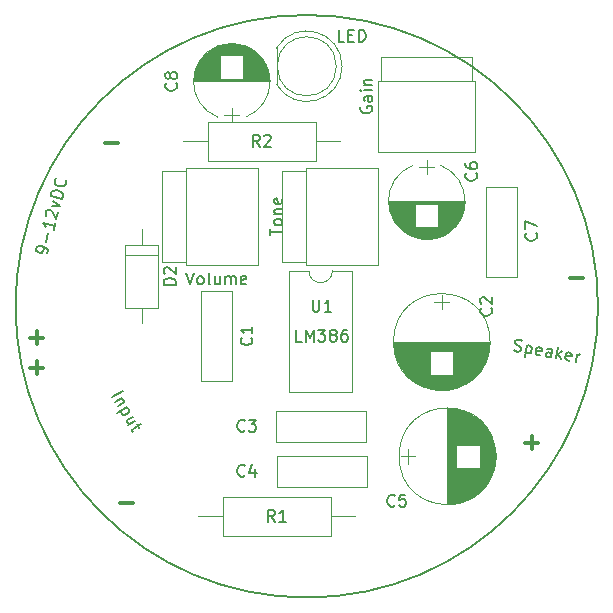
<source format=gbr>
%TF.GenerationSoftware,KiCad,Pcbnew,4.0.7*%
%TF.CreationDate,2020-08-23T22:37:38+12:00*%
%TF.ProjectId,jar-of-dirt,6A61722D6F662D646972742E6B696361,rev?*%
%TF.FileFunction,Legend,Top*%
%FSLAX46Y46*%
G04 Gerber Fmt 4.6, Leading zero omitted, Abs format (unit mm)*
G04 Created by KiCad (PCBNEW 4.0.7) date 2020 August 23, Sunday 22:37:38*
%MOMM*%
%LPD*%
G01*
G04 APERTURE LIST*
%ADD10C,0.150000*%
%ADD11C,0.300000*%
%ADD12C,0.120000*%
G04 APERTURE END LIST*
D10*
D11*
X144208572Y-72497143D02*
X145351429Y-72497143D01*
X141541428Y-86467143D02*
X140398571Y-86467143D01*
X140970000Y-87038571D02*
X140970000Y-85895714D01*
X105981428Y-61067143D02*
X104838571Y-61067143D01*
X107251428Y-91547143D02*
X106108571Y-91547143D01*
X99631428Y-77577143D02*
X98488571Y-77577143D01*
X99060000Y-78148571D02*
X99060000Y-77005714D01*
X99631428Y-80117143D02*
X98488571Y-80117143D01*
X99060000Y-80688571D02*
X99060000Y-79545714D01*
D10*
X146578940Y-74930000D02*
G75*
G03X146578940Y-74930000I-24658940J0D01*
G01*
D12*
X127950000Y-71436000D02*
X121860000Y-71436000D01*
X127950000Y-63185000D02*
X121860000Y-63185000D01*
X127950000Y-71436000D02*
X127950000Y-63185000D01*
X121860000Y-71436000D02*
X121860000Y-63185000D01*
X121860000Y-71180000D02*
X119829000Y-71180000D01*
X121860000Y-63440000D02*
X119829000Y-63440000D01*
X121860000Y-71180000D02*
X121860000Y-63440000D01*
X119829000Y-71180000D02*
X119829000Y-63440000D01*
X137440000Y-77950000D02*
G75*
G03X137440000Y-77950000I-4090000J0D01*
G01*
X137400000Y-77950000D02*
X129300000Y-77950000D01*
X137400000Y-77990000D02*
X129300000Y-77990000D01*
X137400000Y-78030000D02*
X129300000Y-78030000D01*
X137399000Y-78070000D02*
X129301000Y-78070000D01*
X137397000Y-78110000D02*
X129303000Y-78110000D01*
X137396000Y-78150000D02*
X129304000Y-78150000D01*
X137393000Y-78190000D02*
X129307000Y-78190000D01*
X137391000Y-78230000D02*
X129309000Y-78230000D01*
X137388000Y-78270000D02*
X129312000Y-78270000D01*
X137385000Y-78310000D02*
X129315000Y-78310000D01*
X137381000Y-78350000D02*
X129319000Y-78350000D01*
X137377000Y-78390000D02*
X129323000Y-78390000D01*
X137372000Y-78430000D02*
X129328000Y-78430000D01*
X137367000Y-78470000D02*
X129333000Y-78470000D01*
X137362000Y-78510000D02*
X129338000Y-78510000D01*
X137356000Y-78550000D02*
X129344000Y-78550000D01*
X137350000Y-78590000D02*
X129350000Y-78590000D01*
X137344000Y-78630000D02*
X129356000Y-78630000D01*
X137337000Y-78671000D02*
X129363000Y-78671000D01*
X137329000Y-78711000D02*
X129371000Y-78711000D01*
X137321000Y-78751000D02*
X134330000Y-78751000D01*
X132370000Y-78751000D02*
X129379000Y-78751000D01*
X137313000Y-78791000D02*
X134330000Y-78791000D01*
X132370000Y-78791000D02*
X129387000Y-78791000D01*
X137305000Y-78831000D02*
X134330000Y-78831000D01*
X132370000Y-78831000D02*
X129395000Y-78831000D01*
X137296000Y-78871000D02*
X134330000Y-78871000D01*
X132370000Y-78871000D02*
X129404000Y-78871000D01*
X137286000Y-78911000D02*
X134330000Y-78911000D01*
X132370000Y-78911000D02*
X129414000Y-78911000D01*
X137276000Y-78951000D02*
X134330000Y-78951000D01*
X132370000Y-78951000D02*
X129424000Y-78951000D01*
X137266000Y-78991000D02*
X134330000Y-78991000D01*
X132370000Y-78991000D02*
X129434000Y-78991000D01*
X137255000Y-79031000D02*
X134330000Y-79031000D01*
X132370000Y-79031000D02*
X129445000Y-79031000D01*
X137244000Y-79071000D02*
X134330000Y-79071000D01*
X132370000Y-79071000D02*
X129456000Y-79071000D01*
X137233000Y-79111000D02*
X134330000Y-79111000D01*
X132370000Y-79111000D02*
X129467000Y-79111000D01*
X137220000Y-79151000D02*
X134330000Y-79151000D01*
X132370000Y-79151000D02*
X129480000Y-79151000D01*
X137208000Y-79191000D02*
X134330000Y-79191000D01*
X132370000Y-79191000D02*
X129492000Y-79191000D01*
X137195000Y-79231000D02*
X134330000Y-79231000D01*
X132370000Y-79231000D02*
X129505000Y-79231000D01*
X137182000Y-79271000D02*
X134330000Y-79271000D01*
X132370000Y-79271000D02*
X129518000Y-79271000D01*
X137168000Y-79311000D02*
X134330000Y-79311000D01*
X132370000Y-79311000D02*
X129532000Y-79311000D01*
X137153000Y-79351000D02*
X134330000Y-79351000D01*
X132370000Y-79351000D02*
X129547000Y-79351000D01*
X137139000Y-79391000D02*
X134330000Y-79391000D01*
X132370000Y-79391000D02*
X129561000Y-79391000D01*
X137123000Y-79431000D02*
X134330000Y-79431000D01*
X132370000Y-79431000D02*
X129577000Y-79431000D01*
X137108000Y-79471000D02*
X134330000Y-79471000D01*
X132370000Y-79471000D02*
X129592000Y-79471000D01*
X137091000Y-79511000D02*
X134330000Y-79511000D01*
X132370000Y-79511000D02*
X129609000Y-79511000D01*
X137075000Y-79551000D02*
X134330000Y-79551000D01*
X132370000Y-79551000D02*
X129625000Y-79551000D01*
X137057000Y-79591000D02*
X134330000Y-79591000D01*
X132370000Y-79591000D02*
X129643000Y-79591000D01*
X137040000Y-79631000D02*
X134330000Y-79631000D01*
X132370000Y-79631000D02*
X129660000Y-79631000D01*
X137021000Y-79671000D02*
X134330000Y-79671000D01*
X132370000Y-79671000D02*
X129679000Y-79671000D01*
X137002000Y-79711000D02*
X134330000Y-79711000D01*
X132370000Y-79711000D02*
X129698000Y-79711000D01*
X136983000Y-79751000D02*
X134330000Y-79751000D01*
X132370000Y-79751000D02*
X129717000Y-79751000D01*
X136963000Y-79791000D02*
X134330000Y-79791000D01*
X132370000Y-79791000D02*
X129737000Y-79791000D01*
X136943000Y-79831000D02*
X134330000Y-79831000D01*
X132370000Y-79831000D02*
X129757000Y-79831000D01*
X136922000Y-79871000D02*
X134330000Y-79871000D01*
X132370000Y-79871000D02*
X129778000Y-79871000D01*
X136900000Y-79911000D02*
X134330000Y-79911000D01*
X132370000Y-79911000D02*
X129800000Y-79911000D01*
X136878000Y-79951000D02*
X134330000Y-79951000D01*
X132370000Y-79951000D02*
X129822000Y-79951000D01*
X136855000Y-79991000D02*
X134330000Y-79991000D01*
X132370000Y-79991000D02*
X129845000Y-79991000D01*
X136832000Y-80031000D02*
X134330000Y-80031000D01*
X132370000Y-80031000D02*
X129868000Y-80031000D01*
X136808000Y-80071000D02*
X134330000Y-80071000D01*
X132370000Y-80071000D02*
X129892000Y-80071000D01*
X136784000Y-80111000D02*
X134330000Y-80111000D01*
X132370000Y-80111000D02*
X129916000Y-80111000D01*
X136758000Y-80151000D02*
X134330000Y-80151000D01*
X132370000Y-80151000D02*
X129942000Y-80151000D01*
X136733000Y-80191000D02*
X134330000Y-80191000D01*
X132370000Y-80191000D02*
X129967000Y-80191000D01*
X136706000Y-80231000D02*
X134330000Y-80231000D01*
X132370000Y-80231000D02*
X129994000Y-80231000D01*
X136679000Y-80271000D02*
X134330000Y-80271000D01*
X132370000Y-80271000D02*
X130021000Y-80271000D01*
X136651000Y-80311000D02*
X134330000Y-80311000D01*
X132370000Y-80311000D02*
X130049000Y-80311000D01*
X136622000Y-80351000D02*
X134330000Y-80351000D01*
X132370000Y-80351000D02*
X130078000Y-80351000D01*
X136593000Y-80391000D02*
X134330000Y-80391000D01*
X132370000Y-80391000D02*
X130107000Y-80391000D01*
X136563000Y-80431000D02*
X134330000Y-80431000D01*
X132370000Y-80431000D02*
X130137000Y-80431000D01*
X136532000Y-80471000D02*
X134330000Y-80471000D01*
X132370000Y-80471000D02*
X130168000Y-80471000D01*
X136500000Y-80511000D02*
X134330000Y-80511000D01*
X132370000Y-80511000D02*
X130200000Y-80511000D01*
X136468000Y-80551000D02*
X134330000Y-80551000D01*
X132370000Y-80551000D02*
X130232000Y-80551000D01*
X136434000Y-80591000D02*
X134330000Y-80591000D01*
X132370000Y-80591000D02*
X130266000Y-80591000D01*
X136400000Y-80631000D02*
X134330000Y-80631000D01*
X132370000Y-80631000D02*
X130300000Y-80631000D01*
X136365000Y-80671000D02*
X134330000Y-80671000D01*
X132370000Y-80671000D02*
X130335000Y-80671000D01*
X136329000Y-80711000D02*
X130371000Y-80711000D01*
X136292000Y-80751000D02*
X130408000Y-80751000D01*
X136254000Y-80791000D02*
X130446000Y-80791000D01*
X136215000Y-80831000D02*
X130485000Y-80831000D01*
X136174000Y-80871000D02*
X130526000Y-80871000D01*
X136133000Y-80911000D02*
X130567000Y-80911000D01*
X136090000Y-80951000D02*
X130610000Y-80951000D01*
X136047000Y-80991000D02*
X130653000Y-80991000D01*
X136002000Y-81031000D02*
X130698000Y-81031000D01*
X135955000Y-81071000D02*
X130745000Y-81071000D01*
X135907000Y-81111000D02*
X130793000Y-81111000D01*
X135858000Y-81151000D02*
X130842000Y-81151000D01*
X135807000Y-81191000D02*
X130893000Y-81191000D01*
X135754000Y-81231000D02*
X130946000Y-81231000D01*
X135699000Y-81271000D02*
X131001000Y-81271000D01*
X135643000Y-81311000D02*
X131057000Y-81311000D01*
X135584000Y-81351000D02*
X131116000Y-81351000D01*
X135523000Y-81391000D02*
X131177000Y-81391000D01*
X135459000Y-81431000D02*
X131241000Y-81431000D01*
X135393000Y-81471000D02*
X131307000Y-81471000D01*
X135324000Y-81511000D02*
X131376000Y-81511000D01*
X135252000Y-81551000D02*
X131448000Y-81551000D01*
X135176000Y-81591000D02*
X131524000Y-81591000D01*
X135095000Y-81631000D02*
X131605000Y-81631000D01*
X135010000Y-81671000D02*
X131690000Y-81671000D01*
X134920000Y-81711000D02*
X131780000Y-81711000D01*
X134823000Y-81751000D02*
X131877000Y-81751000D01*
X134719000Y-81791000D02*
X131981000Y-81791000D01*
X134604000Y-81831000D02*
X132096000Y-81831000D01*
X134477000Y-81871000D02*
X132223000Y-81871000D01*
X134333000Y-81911000D02*
X132367000Y-81911000D01*
X134164000Y-81951000D02*
X132536000Y-81951000D01*
X133948000Y-81991000D02*
X132752000Y-81991000D01*
X133596000Y-82031000D02*
X133104000Y-82031000D01*
X133350000Y-74000000D02*
X133350000Y-75200000D01*
X134000000Y-74600000D02*
X132700000Y-74600000D01*
X137920000Y-87630000D02*
G75*
G03X137920000Y-87630000I-4090000J0D01*
G01*
X133830000Y-83580000D02*
X133830000Y-91680000D01*
X133870000Y-83580000D02*
X133870000Y-91680000D01*
X133910000Y-83580000D02*
X133910000Y-91680000D01*
X133950000Y-83581000D02*
X133950000Y-91679000D01*
X133990000Y-83583000D02*
X133990000Y-91677000D01*
X134030000Y-83584000D02*
X134030000Y-91676000D01*
X134070000Y-83587000D02*
X134070000Y-91673000D01*
X134110000Y-83589000D02*
X134110000Y-91671000D01*
X134150000Y-83592000D02*
X134150000Y-91668000D01*
X134190000Y-83595000D02*
X134190000Y-91665000D01*
X134230000Y-83599000D02*
X134230000Y-91661000D01*
X134270000Y-83603000D02*
X134270000Y-91657000D01*
X134310000Y-83608000D02*
X134310000Y-91652000D01*
X134350000Y-83613000D02*
X134350000Y-91647000D01*
X134390000Y-83618000D02*
X134390000Y-91642000D01*
X134430000Y-83624000D02*
X134430000Y-91636000D01*
X134470000Y-83630000D02*
X134470000Y-91630000D01*
X134510000Y-83636000D02*
X134510000Y-91624000D01*
X134551000Y-83643000D02*
X134551000Y-91617000D01*
X134591000Y-83651000D02*
X134591000Y-91609000D01*
X134631000Y-83659000D02*
X134631000Y-86650000D01*
X134631000Y-88610000D02*
X134631000Y-91601000D01*
X134671000Y-83667000D02*
X134671000Y-86650000D01*
X134671000Y-88610000D02*
X134671000Y-91593000D01*
X134711000Y-83675000D02*
X134711000Y-86650000D01*
X134711000Y-88610000D02*
X134711000Y-91585000D01*
X134751000Y-83684000D02*
X134751000Y-86650000D01*
X134751000Y-88610000D02*
X134751000Y-91576000D01*
X134791000Y-83694000D02*
X134791000Y-86650000D01*
X134791000Y-88610000D02*
X134791000Y-91566000D01*
X134831000Y-83704000D02*
X134831000Y-86650000D01*
X134831000Y-88610000D02*
X134831000Y-91556000D01*
X134871000Y-83714000D02*
X134871000Y-86650000D01*
X134871000Y-88610000D02*
X134871000Y-91546000D01*
X134911000Y-83725000D02*
X134911000Y-86650000D01*
X134911000Y-88610000D02*
X134911000Y-91535000D01*
X134951000Y-83736000D02*
X134951000Y-86650000D01*
X134951000Y-88610000D02*
X134951000Y-91524000D01*
X134991000Y-83747000D02*
X134991000Y-86650000D01*
X134991000Y-88610000D02*
X134991000Y-91513000D01*
X135031000Y-83760000D02*
X135031000Y-86650000D01*
X135031000Y-88610000D02*
X135031000Y-91500000D01*
X135071000Y-83772000D02*
X135071000Y-86650000D01*
X135071000Y-88610000D02*
X135071000Y-91488000D01*
X135111000Y-83785000D02*
X135111000Y-86650000D01*
X135111000Y-88610000D02*
X135111000Y-91475000D01*
X135151000Y-83798000D02*
X135151000Y-86650000D01*
X135151000Y-88610000D02*
X135151000Y-91462000D01*
X135191000Y-83812000D02*
X135191000Y-86650000D01*
X135191000Y-88610000D02*
X135191000Y-91448000D01*
X135231000Y-83827000D02*
X135231000Y-86650000D01*
X135231000Y-88610000D02*
X135231000Y-91433000D01*
X135271000Y-83841000D02*
X135271000Y-86650000D01*
X135271000Y-88610000D02*
X135271000Y-91419000D01*
X135311000Y-83857000D02*
X135311000Y-86650000D01*
X135311000Y-88610000D02*
X135311000Y-91403000D01*
X135351000Y-83872000D02*
X135351000Y-86650000D01*
X135351000Y-88610000D02*
X135351000Y-91388000D01*
X135391000Y-83889000D02*
X135391000Y-86650000D01*
X135391000Y-88610000D02*
X135391000Y-91371000D01*
X135431000Y-83905000D02*
X135431000Y-86650000D01*
X135431000Y-88610000D02*
X135431000Y-91355000D01*
X135471000Y-83923000D02*
X135471000Y-86650000D01*
X135471000Y-88610000D02*
X135471000Y-91337000D01*
X135511000Y-83940000D02*
X135511000Y-86650000D01*
X135511000Y-88610000D02*
X135511000Y-91320000D01*
X135551000Y-83959000D02*
X135551000Y-86650000D01*
X135551000Y-88610000D02*
X135551000Y-91301000D01*
X135591000Y-83978000D02*
X135591000Y-86650000D01*
X135591000Y-88610000D02*
X135591000Y-91282000D01*
X135631000Y-83997000D02*
X135631000Y-86650000D01*
X135631000Y-88610000D02*
X135631000Y-91263000D01*
X135671000Y-84017000D02*
X135671000Y-86650000D01*
X135671000Y-88610000D02*
X135671000Y-91243000D01*
X135711000Y-84037000D02*
X135711000Y-86650000D01*
X135711000Y-88610000D02*
X135711000Y-91223000D01*
X135751000Y-84058000D02*
X135751000Y-86650000D01*
X135751000Y-88610000D02*
X135751000Y-91202000D01*
X135791000Y-84080000D02*
X135791000Y-86650000D01*
X135791000Y-88610000D02*
X135791000Y-91180000D01*
X135831000Y-84102000D02*
X135831000Y-86650000D01*
X135831000Y-88610000D02*
X135831000Y-91158000D01*
X135871000Y-84125000D02*
X135871000Y-86650000D01*
X135871000Y-88610000D02*
X135871000Y-91135000D01*
X135911000Y-84148000D02*
X135911000Y-86650000D01*
X135911000Y-88610000D02*
X135911000Y-91112000D01*
X135951000Y-84172000D02*
X135951000Y-86650000D01*
X135951000Y-88610000D02*
X135951000Y-91088000D01*
X135991000Y-84196000D02*
X135991000Y-86650000D01*
X135991000Y-88610000D02*
X135991000Y-91064000D01*
X136031000Y-84222000D02*
X136031000Y-86650000D01*
X136031000Y-88610000D02*
X136031000Y-91038000D01*
X136071000Y-84247000D02*
X136071000Y-86650000D01*
X136071000Y-88610000D02*
X136071000Y-91013000D01*
X136111000Y-84274000D02*
X136111000Y-86650000D01*
X136111000Y-88610000D02*
X136111000Y-90986000D01*
X136151000Y-84301000D02*
X136151000Y-86650000D01*
X136151000Y-88610000D02*
X136151000Y-90959000D01*
X136191000Y-84329000D02*
X136191000Y-86650000D01*
X136191000Y-88610000D02*
X136191000Y-90931000D01*
X136231000Y-84358000D02*
X136231000Y-86650000D01*
X136231000Y-88610000D02*
X136231000Y-90902000D01*
X136271000Y-84387000D02*
X136271000Y-86650000D01*
X136271000Y-88610000D02*
X136271000Y-90873000D01*
X136311000Y-84417000D02*
X136311000Y-86650000D01*
X136311000Y-88610000D02*
X136311000Y-90843000D01*
X136351000Y-84448000D02*
X136351000Y-86650000D01*
X136351000Y-88610000D02*
X136351000Y-90812000D01*
X136391000Y-84480000D02*
X136391000Y-86650000D01*
X136391000Y-88610000D02*
X136391000Y-90780000D01*
X136431000Y-84512000D02*
X136431000Y-86650000D01*
X136431000Y-88610000D02*
X136431000Y-90748000D01*
X136471000Y-84546000D02*
X136471000Y-86650000D01*
X136471000Y-88610000D02*
X136471000Y-90714000D01*
X136511000Y-84580000D02*
X136511000Y-86650000D01*
X136511000Y-88610000D02*
X136511000Y-90680000D01*
X136551000Y-84615000D02*
X136551000Y-86650000D01*
X136551000Y-88610000D02*
X136551000Y-90645000D01*
X136591000Y-84651000D02*
X136591000Y-90609000D01*
X136631000Y-84688000D02*
X136631000Y-90572000D01*
X136671000Y-84726000D02*
X136671000Y-90534000D01*
X136711000Y-84765000D02*
X136711000Y-90495000D01*
X136751000Y-84806000D02*
X136751000Y-90454000D01*
X136791000Y-84847000D02*
X136791000Y-90413000D01*
X136831000Y-84890000D02*
X136831000Y-90370000D01*
X136871000Y-84933000D02*
X136871000Y-90327000D01*
X136911000Y-84978000D02*
X136911000Y-90282000D01*
X136951000Y-85025000D02*
X136951000Y-90235000D01*
X136991000Y-85073000D02*
X136991000Y-90187000D01*
X137031000Y-85122000D02*
X137031000Y-90138000D01*
X137071000Y-85173000D02*
X137071000Y-90087000D01*
X137111000Y-85226000D02*
X137111000Y-90034000D01*
X137151000Y-85281000D02*
X137151000Y-89979000D01*
X137191000Y-85337000D02*
X137191000Y-89923000D01*
X137231000Y-85396000D02*
X137231000Y-89864000D01*
X137271000Y-85457000D02*
X137271000Y-89803000D01*
X137311000Y-85521000D02*
X137311000Y-89739000D01*
X137351000Y-85587000D02*
X137351000Y-89673000D01*
X137391000Y-85656000D02*
X137391000Y-89604000D01*
X137431000Y-85728000D02*
X137431000Y-89532000D01*
X137471000Y-85804000D02*
X137471000Y-89456000D01*
X137511000Y-85885000D02*
X137511000Y-89375000D01*
X137551000Y-85970000D02*
X137551000Y-89290000D01*
X137591000Y-86060000D02*
X137591000Y-89200000D01*
X137631000Y-86157000D02*
X137631000Y-89103000D01*
X137671000Y-86261000D02*
X137671000Y-88999000D01*
X137711000Y-86376000D02*
X137711000Y-88884000D01*
X137751000Y-86503000D02*
X137751000Y-88757000D01*
X137791000Y-86647000D02*
X137791000Y-88613000D01*
X137831000Y-86816000D02*
X137831000Y-88444000D01*
X137871000Y-87032000D02*
X137871000Y-88228000D01*
X137911000Y-87384000D02*
X137911000Y-87876000D01*
X129880000Y-87630000D02*
X131080000Y-87630000D01*
X130480000Y-86980000D02*
X130480000Y-88280000D01*
X114820000Y-91050000D02*
X114820000Y-94370000D01*
X114820000Y-94370000D02*
X123940000Y-94370000D01*
X123940000Y-94370000D02*
X123940000Y-91050000D01*
X123940000Y-91050000D02*
X114820000Y-91050000D01*
X112740000Y-92710000D02*
X114820000Y-92710000D01*
X126020000Y-92710000D02*
X123940000Y-92710000D01*
X124101100Y-71923600D02*
G75*
G02X122101100Y-71923600I-1000000J0D01*
G01*
X122101100Y-71923600D02*
X120451100Y-71923600D01*
X120451100Y-71923600D02*
X120451100Y-82203600D01*
X120451100Y-82203600D02*
X125751100Y-82203600D01*
X125751100Y-82203600D02*
X125751100Y-71923600D01*
X125751100Y-71923600D02*
X124101100Y-71923600D01*
X124910000Y-54610462D02*
G75*
G03X119360000Y-53065170I-2990000J462D01*
G01*
X124910000Y-54609538D02*
G75*
G02X119360000Y-56154830I-2990000J-462D01*
G01*
X124420000Y-54610000D02*
G75*
G03X124420000Y-54610000I-2500000J0D01*
G01*
X119360000Y-53065000D02*
X119360000Y-56155000D01*
X122670000Y-62620000D02*
X122670000Y-59300000D01*
X122670000Y-59300000D02*
X113550000Y-59300000D01*
X113550000Y-59300000D02*
X113550000Y-62620000D01*
X113550000Y-62620000D02*
X122670000Y-62620000D01*
X124750000Y-60960000D02*
X122670000Y-60960000D01*
X111470000Y-60960000D02*
X113550000Y-60960000D01*
X133259136Y-69037820D02*
G75*
G03X133260000Y-63002518I-1179136J3017820D01*
G01*
X130900864Y-69037820D02*
G75*
G02X130900000Y-63002518I1179136J3017820D01*
G01*
X130900864Y-69037820D02*
G75*
G03X133260000Y-69037482I1179136J3017820D01*
G01*
X135280000Y-66020000D02*
X128880000Y-66020000D01*
X135280000Y-66060000D02*
X128880000Y-66060000D01*
X135280000Y-66100000D02*
X128880000Y-66100000D01*
X135278000Y-66140000D02*
X128882000Y-66140000D01*
X135277000Y-66180000D02*
X128883000Y-66180000D01*
X135274000Y-66220000D02*
X128886000Y-66220000D01*
X135272000Y-66260000D02*
X128888000Y-66260000D01*
X135268000Y-66300000D02*
X133060000Y-66300000D01*
X131100000Y-66300000D02*
X128892000Y-66300000D01*
X135265000Y-66340000D02*
X133060000Y-66340000D01*
X131100000Y-66340000D02*
X128895000Y-66340000D01*
X135260000Y-66380000D02*
X133060000Y-66380000D01*
X131100000Y-66380000D02*
X128900000Y-66380000D01*
X135256000Y-66420000D02*
X133060000Y-66420000D01*
X131100000Y-66420000D02*
X128904000Y-66420000D01*
X135250000Y-66460000D02*
X133060000Y-66460000D01*
X131100000Y-66460000D02*
X128910000Y-66460000D01*
X135245000Y-66500000D02*
X133060000Y-66500000D01*
X131100000Y-66500000D02*
X128915000Y-66500000D01*
X135238000Y-66540000D02*
X133060000Y-66540000D01*
X131100000Y-66540000D02*
X128922000Y-66540000D01*
X135232000Y-66580000D02*
X133060000Y-66580000D01*
X131100000Y-66580000D02*
X128928000Y-66580000D01*
X135224000Y-66620000D02*
X133060000Y-66620000D01*
X131100000Y-66620000D02*
X128936000Y-66620000D01*
X135217000Y-66660000D02*
X133060000Y-66660000D01*
X131100000Y-66660000D02*
X128943000Y-66660000D01*
X135208000Y-66700000D02*
X133060000Y-66700000D01*
X131100000Y-66700000D02*
X128952000Y-66700000D01*
X135199000Y-66741000D02*
X133060000Y-66741000D01*
X131100000Y-66741000D02*
X128961000Y-66741000D01*
X135190000Y-66781000D02*
X133060000Y-66781000D01*
X131100000Y-66781000D02*
X128970000Y-66781000D01*
X135180000Y-66821000D02*
X133060000Y-66821000D01*
X131100000Y-66821000D02*
X128980000Y-66821000D01*
X135170000Y-66861000D02*
X133060000Y-66861000D01*
X131100000Y-66861000D02*
X128990000Y-66861000D01*
X135159000Y-66901000D02*
X133060000Y-66901000D01*
X131100000Y-66901000D02*
X129001000Y-66901000D01*
X135147000Y-66941000D02*
X133060000Y-66941000D01*
X131100000Y-66941000D02*
X129013000Y-66941000D01*
X135135000Y-66981000D02*
X133060000Y-66981000D01*
X131100000Y-66981000D02*
X129025000Y-66981000D01*
X135122000Y-67021000D02*
X133060000Y-67021000D01*
X131100000Y-67021000D02*
X129038000Y-67021000D01*
X135109000Y-67061000D02*
X133060000Y-67061000D01*
X131100000Y-67061000D02*
X129051000Y-67061000D01*
X135095000Y-67101000D02*
X133060000Y-67101000D01*
X131100000Y-67101000D02*
X129065000Y-67101000D01*
X135081000Y-67141000D02*
X133060000Y-67141000D01*
X131100000Y-67141000D02*
X129079000Y-67141000D01*
X135066000Y-67181000D02*
X133060000Y-67181000D01*
X131100000Y-67181000D02*
X129094000Y-67181000D01*
X135050000Y-67221000D02*
X133060000Y-67221000D01*
X131100000Y-67221000D02*
X129110000Y-67221000D01*
X135034000Y-67261000D02*
X133060000Y-67261000D01*
X131100000Y-67261000D02*
X129126000Y-67261000D01*
X135017000Y-67301000D02*
X133060000Y-67301000D01*
X131100000Y-67301000D02*
X129143000Y-67301000D01*
X134999000Y-67341000D02*
X133060000Y-67341000D01*
X131100000Y-67341000D02*
X129161000Y-67341000D01*
X134981000Y-67381000D02*
X133060000Y-67381000D01*
X131100000Y-67381000D02*
X129179000Y-67381000D01*
X134962000Y-67421000D02*
X133060000Y-67421000D01*
X131100000Y-67421000D02*
X129198000Y-67421000D01*
X134943000Y-67461000D02*
X133060000Y-67461000D01*
X131100000Y-67461000D02*
X129217000Y-67461000D01*
X134923000Y-67501000D02*
X133060000Y-67501000D01*
X131100000Y-67501000D02*
X129237000Y-67501000D01*
X134902000Y-67541000D02*
X133060000Y-67541000D01*
X131100000Y-67541000D02*
X129258000Y-67541000D01*
X134880000Y-67581000D02*
X133060000Y-67581000D01*
X131100000Y-67581000D02*
X129280000Y-67581000D01*
X134858000Y-67621000D02*
X133060000Y-67621000D01*
X131100000Y-67621000D02*
X129302000Y-67621000D01*
X134835000Y-67661000D02*
X133060000Y-67661000D01*
X131100000Y-67661000D02*
X129325000Y-67661000D01*
X134811000Y-67701000D02*
X133060000Y-67701000D01*
X131100000Y-67701000D02*
X129349000Y-67701000D01*
X134786000Y-67741000D02*
X133060000Y-67741000D01*
X131100000Y-67741000D02*
X129374000Y-67741000D01*
X134761000Y-67781000D02*
X133060000Y-67781000D01*
X131100000Y-67781000D02*
X129399000Y-67781000D01*
X134734000Y-67821000D02*
X133060000Y-67821000D01*
X131100000Y-67821000D02*
X129426000Y-67821000D01*
X134707000Y-67861000D02*
X133060000Y-67861000D01*
X131100000Y-67861000D02*
X129453000Y-67861000D01*
X134679000Y-67901000D02*
X133060000Y-67901000D01*
X131100000Y-67901000D02*
X129481000Y-67901000D01*
X134650000Y-67941000D02*
X133060000Y-67941000D01*
X131100000Y-67941000D02*
X129510000Y-67941000D01*
X134620000Y-67981000D02*
X133060000Y-67981000D01*
X131100000Y-67981000D02*
X129540000Y-67981000D01*
X134590000Y-68021000D02*
X133060000Y-68021000D01*
X131100000Y-68021000D02*
X129570000Y-68021000D01*
X134558000Y-68061000D02*
X133060000Y-68061000D01*
X131100000Y-68061000D02*
X129602000Y-68061000D01*
X134525000Y-68101000D02*
X133060000Y-68101000D01*
X131100000Y-68101000D02*
X129635000Y-68101000D01*
X134491000Y-68141000D02*
X133060000Y-68141000D01*
X131100000Y-68141000D02*
X129669000Y-68141000D01*
X134455000Y-68181000D02*
X133060000Y-68181000D01*
X131100000Y-68181000D02*
X129705000Y-68181000D01*
X134419000Y-68221000D02*
X133060000Y-68221000D01*
X131100000Y-68221000D02*
X129741000Y-68221000D01*
X134381000Y-68261000D02*
X129779000Y-68261000D01*
X134342000Y-68301000D02*
X129818000Y-68301000D01*
X134302000Y-68341000D02*
X129858000Y-68341000D01*
X134260000Y-68381000D02*
X129900000Y-68381000D01*
X134217000Y-68421000D02*
X129943000Y-68421000D01*
X134172000Y-68461000D02*
X129988000Y-68461000D01*
X134125000Y-68501000D02*
X130035000Y-68501000D01*
X134077000Y-68541000D02*
X130083000Y-68541000D01*
X134026000Y-68581000D02*
X130134000Y-68581000D01*
X133974000Y-68621000D02*
X130186000Y-68621000D01*
X133919000Y-68661000D02*
X130241000Y-68661000D01*
X133861000Y-68701000D02*
X130299000Y-68701000D01*
X133801000Y-68741000D02*
X130359000Y-68741000D01*
X133738000Y-68781000D02*
X130422000Y-68781000D01*
X133671000Y-68821000D02*
X130489000Y-68821000D01*
X133600000Y-68861000D02*
X130560000Y-68861000D01*
X133525000Y-68901000D02*
X130635000Y-68901000D01*
X133444000Y-68941000D02*
X130716000Y-68941000D01*
X133358000Y-68981000D02*
X130802000Y-68981000D01*
X133264000Y-69021000D02*
X130896000Y-69021000D01*
X133161000Y-69061000D02*
X130999000Y-69061000D01*
X133046000Y-69101000D02*
X131114000Y-69101000D01*
X132914000Y-69141000D02*
X131246000Y-69141000D01*
X132756000Y-69181000D02*
X131404000Y-69181000D01*
X132548000Y-69221000D02*
X131612000Y-69221000D01*
X132080000Y-62570000D02*
X132080000Y-63770000D01*
X132730000Y-63170000D02*
X131430000Y-63170000D01*
X115610000Y-73620000D02*
X115610000Y-81240000D01*
X112990000Y-73620000D02*
X112990000Y-81240000D01*
X115610000Y-73620000D02*
X112990000Y-73620000D01*
X115610000Y-81240000D02*
X112990000Y-81240000D01*
X119340000Y-83780000D02*
X126960000Y-83780000D01*
X119340000Y-86400000D02*
X126960000Y-86400000D01*
X119340000Y-83780000D02*
X119340000Y-86400000D01*
X126960000Y-83780000D02*
X126960000Y-86400000D01*
X127040000Y-90210000D02*
X119420000Y-90210000D01*
X127040000Y-87590000D02*
X119420000Y-87590000D01*
X127040000Y-90210000D02*
X127040000Y-87590000D01*
X119420000Y-90210000D02*
X119420000Y-87590000D01*
X137120000Y-72430000D02*
X137120000Y-64810000D01*
X139740000Y-72430000D02*
X139740000Y-64810000D01*
X137120000Y-72430000D02*
X139740000Y-72430000D01*
X137120000Y-64810000D02*
X139740000Y-64810000D01*
X114390864Y-52882180D02*
G75*
G03X114390000Y-58917482I1179136J-3017820D01*
G01*
X116749136Y-52882180D02*
G75*
G02X116750000Y-58917482I-1179136J-3017820D01*
G01*
X116749136Y-52882180D02*
G75*
G03X114390000Y-52882518I-1179136J-3017820D01*
G01*
X112370000Y-55900000D02*
X118770000Y-55900000D01*
X112370000Y-55860000D02*
X118770000Y-55860000D01*
X112370000Y-55820000D02*
X118770000Y-55820000D01*
X112372000Y-55780000D02*
X118768000Y-55780000D01*
X112373000Y-55740000D02*
X118767000Y-55740000D01*
X112376000Y-55700000D02*
X118764000Y-55700000D01*
X112378000Y-55660000D02*
X118762000Y-55660000D01*
X112382000Y-55620000D02*
X114590000Y-55620000D01*
X116550000Y-55620000D02*
X118758000Y-55620000D01*
X112385000Y-55580000D02*
X114590000Y-55580000D01*
X116550000Y-55580000D02*
X118755000Y-55580000D01*
X112390000Y-55540000D02*
X114590000Y-55540000D01*
X116550000Y-55540000D02*
X118750000Y-55540000D01*
X112394000Y-55500000D02*
X114590000Y-55500000D01*
X116550000Y-55500000D02*
X118746000Y-55500000D01*
X112400000Y-55460000D02*
X114590000Y-55460000D01*
X116550000Y-55460000D02*
X118740000Y-55460000D01*
X112405000Y-55420000D02*
X114590000Y-55420000D01*
X116550000Y-55420000D02*
X118735000Y-55420000D01*
X112412000Y-55380000D02*
X114590000Y-55380000D01*
X116550000Y-55380000D02*
X118728000Y-55380000D01*
X112418000Y-55340000D02*
X114590000Y-55340000D01*
X116550000Y-55340000D02*
X118722000Y-55340000D01*
X112426000Y-55300000D02*
X114590000Y-55300000D01*
X116550000Y-55300000D02*
X118714000Y-55300000D01*
X112433000Y-55260000D02*
X114590000Y-55260000D01*
X116550000Y-55260000D02*
X118707000Y-55260000D01*
X112442000Y-55220000D02*
X114590000Y-55220000D01*
X116550000Y-55220000D02*
X118698000Y-55220000D01*
X112451000Y-55179000D02*
X114590000Y-55179000D01*
X116550000Y-55179000D02*
X118689000Y-55179000D01*
X112460000Y-55139000D02*
X114590000Y-55139000D01*
X116550000Y-55139000D02*
X118680000Y-55139000D01*
X112470000Y-55099000D02*
X114590000Y-55099000D01*
X116550000Y-55099000D02*
X118670000Y-55099000D01*
X112480000Y-55059000D02*
X114590000Y-55059000D01*
X116550000Y-55059000D02*
X118660000Y-55059000D01*
X112491000Y-55019000D02*
X114590000Y-55019000D01*
X116550000Y-55019000D02*
X118649000Y-55019000D01*
X112503000Y-54979000D02*
X114590000Y-54979000D01*
X116550000Y-54979000D02*
X118637000Y-54979000D01*
X112515000Y-54939000D02*
X114590000Y-54939000D01*
X116550000Y-54939000D02*
X118625000Y-54939000D01*
X112528000Y-54899000D02*
X114590000Y-54899000D01*
X116550000Y-54899000D02*
X118612000Y-54899000D01*
X112541000Y-54859000D02*
X114590000Y-54859000D01*
X116550000Y-54859000D02*
X118599000Y-54859000D01*
X112555000Y-54819000D02*
X114590000Y-54819000D01*
X116550000Y-54819000D02*
X118585000Y-54819000D01*
X112569000Y-54779000D02*
X114590000Y-54779000D01*
X116550000Y-54779000D02*
X118571000Y-54779000D01*
X112584000Y-54739000D02*
X114590000Y-54739000D01*
X116550000Y-54739000D02*
X118556000Y-54739000D01*
X112600000Y-54699000D02*
X114590000Y-54699000D01*
X116550000Y-54699000D02*
X118540000Y-54699000D01*
X112616000Y-54659000D02*
X114590000Y-54659000D01*
X116550000Y-54659000D02*
X118524000Y-54659000D01*
X112633000Y-54619000D02*
X114590000Y-54619000D01*
X116550000Y-54619000D02*
X118507000Y-54619000D01*
X112651000Y-54579000D02*
X114590000Y-54579000D01*
X116550000Y-54579000D02*
X118489000Y-54579000D01*
X112669000Y-54539000D02*
X114590000Y-54539000D01*
X116550000Y-54539000D02*
X118471000Y-54539000D01*
X112688000Y-54499000D02*
X114590000Y-54499000D01*
X116550000Y-54499000D02*
X118452000Y-54499000D01*
X112707000Y-54459000D02*
X114590000Y-54459000D01*
X116550000Y-54459000D02*
X118433000Y-54459000D01*
X112727000Y-54419000D02*
X114590000Y-54419000D01*
X116550000Y-54419000D02*
X118413000Y-54419000D01*
X112748000Y-54379000D02*
X114590000Y-54379000D01*
X116550000Y-54379000D02*
X118392000Y-54379000D01*
X112770000Y-54339000D02*
X114590000Y-54339000D01*
X116550000Y-54339000D02*
X118370000Y-54339000D01*
X112792000Y-54299000D02*
X114590000Y-54299000D01*
X116550000Y-54299000D02*
X118348000Y-54299000D01*
X112815000Y-54259000D02*
X114590000Y-54259000D01*
X116550000Y-54259000D02*
X118325000Y-54259000D01*
X112839000Y-54219000D02*
X114590000Y-54219000D01*
X116550000Y-54219000D02*
X118301000Y-54219000D01*
X112864000Y-54179000D02*
X114590000Y-54179000D01*
X116550000Y-54179000D02*
X118276000Y-54179000D01*
X112889000Y-54139000D02*
X114590000Y-54139000D01*
X116550000Y-54139000D02*
X118251000Y-54139000D01*
X112916000Y-54099000D02*
X114590000Y-54099000D01*
X116550000Y-54099000D02*
X118224000Y-54099000D01*
X112943000Y-54059000D02*
X114590000Y-54059000D01*
X116550000Y-54059000D02*
X118197000Y-54059000D01*
X112971000Y-54019000D02*
X114590000Y-54019000D01*
X116550000Y-54019000D02*
X118169000Y-54019000D01*
X113000000Y-53979000D02*
X114590000Y-53979000D01*
X116550000Y-53979000D02*
X118140000Y-53979000D01*
X113030000Y-53939000D02*
X114590000Y-53939000D01*
X116550000Y-53939000D02*
X118110000Y-53939000D01*
X113060000Y-53899000D02*
X114590000Y-53899000D01*
X116550000Y-53899000D02*
X118080000Y-53899000D01*
X113092000Y-53859000D02*
X114590000Y-53859000D01*
X116550000Y-53859000D02*
X118048000Y-53859000D01*
X113125000Y-53819000D02*
X114590000Y-53819000D01*
X116550000Y-53819000D02*
X118015000Y-53819000D01*
X113159000Y-53779000D02*
X114590000Y-53779000D01*
X116550000Y-53779000D02*
X117981000Y-53779000D01*
X113195000Y-53739000D02*
X114590000Y-53739000D01*
X116550000Y-53739000D02*
X117945000Y-53739000D01*
X113231000Y-53699000D02*
X114590000Y-53699000D01*
X116550000Y-53699000D02*
X117909000Y-53699000D01*
X113269000Y-53659000D02*
X117871000Y-53659000D01*
X113308000Y-53619000D02*
X117832000Y-53619000D01*
X113348000Y-53579000D02*
X117792000Y-53579000D01*
X113390000Y-53539000D02*
X117750000Y-53539000D01*
X113433000Y-53499000D02*
X117707000Y-53499000D01*
X113478000Y-53459000D02*
X117662000Y-53459000D01*
X113525000Y-53419000D02*
X117615000Y-53419000D01*
X113573000Y-53379000D02*
X117567000Y-53379000D01*
X113624000Y-53339000D02*
X117516000Y-53339000D01*
X113676000Y-53299000D02*
X117464000Y-53299000D01*
X113731000Y-53259000D02*
X117409000Y-53259000D01*
X113789000Y-53219000D02*
X117351000Y-53219000D01*
X113849000Y-53179000D02*
X117291000Y-53179000D01*
X113912000Y-53139000D02*
X117228000Y-53139000D01*
X113979000Y-53099000D02*
X117161000Y-53099000D01*
X114050000Y-53059000D02*
X117090000Y-53059000D01*
X114125000Y-53019000D02*
X117015000Y-53019000D01*
X114206000Y-52979000D02*
X116934000Y-52979000D01*
X114292000Y-52939000D02*
X116848000Y-52939000D01*
X114386000Y-52899000D02*
X116754000Y-52899000D01*
X114489000Y-52859000D02*
X116651000Y-52859000D01*
X114604000Y-52819000D02*
X116536000Y-52819000D01*
X114736000Y-52779000D02*
X116404000Y-52779000D01*
X114894000Y-52739000D02*
X116246000Y-52739000D01*
X115102000Y-52699000D02*
X116038000Y-52699000D01*
X115570000Y-59350000D02*
X115570000Y-58150000D01*
X114920000Y-58750000D02*
X116220000Y-58750000D01*
X127954000Y-61910000D02*
X127954000Y-55820000D01*
X136205000Y-61910000D02*
X136205000Y-55820000D01*
X127954000Y-61910000D02*
X136205000Y-61910000D01*
X127954000Y-55820000D02*
X136205000Y-55820000D01*
X128210000Y-55820000D02*
X128210000Y-53789000D01*
X135950000Y-55820000D02*
X135950000Y-53789000D01*
X128210000Y-55820000D02*
X135950000Y-55820000D01*
X128210000Y-53789000D02*
X135950000Y-53789000D01*
X117790000Y-71436000D02*
X111700000Y-71436000D01*
X117790000Y-63185000D02*
X111700000Y-63185000D01*
X117790000Y-71436000D02*
X117790000Y-63185000D01*
X111700000Y-71436000D02*
X111700000Y-63185000D01*
X111700000Y-71180000D02*
X109669000Y-71180000D01*
X111700000Y-63440000D02*
X109669000Y-63440000D01*
X111700000Y-71180000D02*
X111700000Y-63440000D01*
X109669000Y-71180000D02*
X109669000Y-63440000D01*
X109360000Y-69730000D02*
X106540000Y-69730000D01*
X106540000Y-69730000D02*
X106540000Y-75050000D01*
X106540000Y-75050000D02*
X109360000Y-75050000D01*
X109360000Y-75050000D02*
X109360000Y-69730000D01*
X107950000Y-68390000D02*
X107950000Y-69730000D01*
X107950000Y-76390000D02*
X107950000Y-75050000D01*
X109360000Y-70570000D02*
X106540000Y-70570000D01*
D10*
X118832381Y-68929048D02*
X118832381Y-68357619D01*
X119832381Y-68643334D02*
X118832381Y-68643334D01*
X119832381Y-67881429D02*
X119784762Y-67976667D01*
X119737143Y-68024286D01*
X119641905Y-68071905D01*
X119356190Y-68071905D01*
X119260952Y-68024286D01*
X119213333Y-67976667D01*
X119165714Y-67881429D01*
X119165714Y-67738571D01*
X119213333Y-67643333D01*
X119260952Y-67595714D01*
X119356190Y-67548095D01*
X119641905Y-67548095D01*
X119737143Y-67595714D01*
X119784762Y-67643333D01*
X119832381Y-67738571D01*
X119832381Y-67881429D01*
X119165714Y-67119524D02*
X119832381Y-67119524D01*
X119260952Y-67119524D02*
X119213333Y-67071905D01*
X119165714Y-66976667D01*
X119165714Y-66833809D01*
X119213333Y-66738571D01*
X119308571Y-66690952D01*
X119832381Y-66690952D01*
X119784762Y-65833809D02*
X119832381Y-65929047D01*
X119832381Y-66119524D01*
X119784762Y-66214762D01*
X119689524Y-66262381D01*
X119308571Y-66262381D01*
X119213333Y-66214762D01*
X119165714Y-66119524D01*
X119165714Y-65929047D01*
X119213333Y-65833809D01*
X119308571Y-65786190D01*
X119403810Y-65786190D01*
X119499048Y-66262381D01*
X105466798Y-82623435D02*
X106332823Y-82123435D01*
X106282244Y-82702494D02*
X105704893Y-83035827D01*
X106199765Y-82750113D02*
X106264814Y-82767543D01*
X106353672Y-82826212D01*
X106425101Y-82949930D01*
X106431481Y-83056218D01*
X106372812Y-83145076D01*
X105919179Y-83406981D01*
X106734625Y-83486041D02*
X105868599Y-83986041D01*
X106693385Y-83509850D02*
X106782244Y-83568519D01*
X106877482Y-83733477D01*
X106883862Y-83839765D01*
X106866432Y-83904814D01*
X106807763Y-83993672D01*
X106560327Y-84136530D01*
X106454039Y-84142909D01*
X106388990Y-84125480D01*
X106300132Y-84066811D01*
X106204893Y-83901853D01*
X106198513Y-83795565D01*
X107401292Y-84640742D02*
X106823941Y-84974075D01*
X107187006Y-84269587D02*
X106733373Y-84531492D01*
X106674704Y-84620351D01*
X106681084Y-84726639D01*
X106752513Y-84850357D01*
X106841371Y-84909026D01*
X106906420Y-84926456D01*
X107567958Y-84929417D02*
X107758434Y-85259331D01*
X107928061Y-84886468D02*
X107185754Y-85315039D01*
X107127085Y-85403898D01*
X107133465Y-85510186D01*
X107181084Y-85592664D01*
X139449768Y-78659013D02*
X139582186Y-78730715D01*
X139816665Y-78772060D01*
X139918725Y-78741703D01*
X139973889Y-78703076D01*
X140037323Y-78617554D01*
X140053861Y-78523763D01*
X140023503Y-78421703D01*
X139984877Y-78366538D01*
X139899355Y-78303104D01*
X139720040Y-78223132D01*
X139634518Y-78159699D01*
X139595892Y-78104534D01*
X139565534Y-78002474D01*
X139582072Y-77908683D01*
X139645505Y-77823161D01*
X139700670Y-77784534D01*
X139802730Y-77754177D01*
X140037209Y-77795522D01*
X140169626Y-77867224D01*
X140542073Y-78223018D02*
X140368424Y-79207826D01*
X140533804Y-78269913D02*
X140635864Y-78239556D01*
X140823447Y-78272632D01*
X140908969Y-78336065D01*
X140947596Y-78391230D01*
X140977953Y-78493290D01*
X140928340Y-78774664D01*
X140864906Y-78860186D01*
X140809742Y-78898813D01*
X140707682Y-78929171D01*
X140520098Y-78896095D01*
X140434576Y-78832661D01*
X141700758Y-79055923D02*
X141598698Y-79086281D01*
X141411115Y-79053205D01*
X141325593Y-78989771D01*
X141295235Y-78887711D01*
X141361387Y-78512546D01*
X141424820Y-78427024D01*
X141526880Y-78396666D01*
X141714464Y-78429742D01*
X141799986Y-78493176D01*
X141830343Y-78595236D01*
X141813805Y-78689028D01*
X141328311Y-78700129D01*
X142583506Y-79259929D02*
X142674465Y-78744077D01*
X142644107Y-78642017D01*
X142558585Y-78578583D01*
X142371001Y-78545507D01*
X142268941Y-78575865D01*
X142591775Y-79213034D02*
X142489715Y-79243391D01*
X142255236Y-79202046D01*
X142169714Y-79138613D01*
X142139356Y-79036553D01*
X142155894Y-78942762D01*
X142219328Y-78857239D01*
X142321388Y-78826882D01*
X142555866Y-78868227D01*
X142657926Y-78837869D01*
X143052461Y-79342619D02*
X143226110Y-78357811D01*
X143212404Y-78983992D02*
X143427627Y-79408770D01*
X143543392Y-78752232D02*
X143102075Y-79061245D01*
X144233121Y-79502447D02*
X144131061Y-79532805D01*
X143943478Y-79499729D01*
X143857956Y-79436295D01*
X143827598Y-79334235D01*
X143893750Y-78959070D01*
X143957184Y-78873548D01*
X144059244Y-78843190D01*
X144246827Y-78876266D01*
X144332349Y-78939699D01*
X144362707Y-79041760D01*
X144346169Y-79135552D01*
X143860674Y-79146653D01*
X144693808Y-79632032D02*
X144809574Y-78975493D01*
X144776498Y-79163076D02*
X144839931Y-79077554D01*
X144895096Y-79038927D01*
X144997156Y-79008569D01*
X145090948Y-79025107D01*
X137517143Y-75096666D02*
X137564762Y-75144285D01*
X137612381Y-75287142D01*
X137612381Y-75382380D01*
X137564762Y-75525238D01*
X137469524Y-75620476D01*
X137374286Y-75668095D01*
X137183810Y-75715714D01*
X137040952Y-75715714D01*
X136850476Y-75668095D01*
X136755238Y-75620476D01*
X136660000Y-75525238D01*
X136612381Y-75382380D01*
X136612381Y-75287142D01*
X136660000Y-75144285D01*
X136707619Y-75096666D01*
X136707619Y-74715714D02*
X136660000Y-74668095D01*
X136612381Y-74572857D01*
X136612381Y-74334761D01*
X136660000Y-74239523D01*
X136707619Y-74191904D01*
X136802857Y-74144285D01*
X136898095Y-74144285D01*
X137040952Y-74191904D01*
X137612381Y-74763333D01*
X137612381Y-74144285D01*
X129373334Y-91797143D02*
X129325715Y-91844762D01*
X129182858Y-91892381D01*
X129087620Y-91892381D01*
X128944762Y-91844762D01*
X128849524Y-91749524D01*
X128801905Y-91654286D01*
X128754286Y-91463810D01*
X128754286Y-91320952D01*
X128801905Y-91130476D01*
X128849524Y-91035238D01*
X128944762Y-90940000D01*
X129087620Y-90892381D01*
X129182858Y-90892381D01*
X129325715Y-90940000D01*
X129373334Y-90987619D01*
X130278096Y-90892381D02*
X129801905Y-90892381D01*
X129754286Y-91368571D01*
X129801905Y-91320952D01*
X129897143Y-91273333D01*
X130135239Y-91273333D01*
X130230477Y-91320952D01*
X130278096Y-91368571D01*
X130325715Y-91463810D01*
X130325715Y-91701905D01*
X130278096Y-91797143D01*
X130230477Y-91844762D01*
X130135239Y-91892381D01*
X129897143Y-91892381D01*
X129801905Y-91844762D01*
X129754286Y-91797143D01*
X119213334Y-93162381D02*
X118880000Y-92686190D01*
X118641905Y-93162381D02*
X118641905Y-92162381D01*
X119022858Y-92162381D01*
X119118096Y-92210000D01*
X119165715Y-92257619D01*
X119213334Y-92352857D01*
X119213334Y-92495714D01*
X119165715Y-92590952D01*
X119118096Y-92638571D01*
X119022858Y-92686190D01*
X118641905Y-92686190D01*
X120165715Y-93162381D02*
X119594286Y-93162381D01*
X119880000Y-93162381D02*
X119880000Y-92162381D01*
X119784762Y-92305238D01*
X119689524Y-92400476D01*
X119594286Y-92448095D01*
X122428095Y-74382381D02*
X122428095Y-75191905D01*
X122475714Y-75287143D01*
X122523333Y-75334762D01*
X122618571Y-75382381D01*
X122809048Y-75382381D01*
X122904286Y-75334762D01*
X122951905Y-75287143D01*
X122999524Y-75191905D01*
X122999524Y-74382381D01*
X123999524Y-75382381D02*
X123428095Y-75382381D01*
X123713809Y-75382381D02*
X123713809Y-74382381D01*
X123618571Y-74525238D01*
X123523333Y-74620476D01*
X123428095Y-74668095D01*
X121499524Y-77922381D02*
X121023333Y-77922381D01*
X121023333Y-76922381D01*
X121832857Y-77922381D02*
X121832857Y-76922381D01*
X122166191Y-77636667D01*
X122499524Y-76922381D01*
X122499524Y-77922381D01*
X122880476Y-76922381D02*
X123499524Y-76922381D01*
X123166190Y-77303333D01*
X123309048Y-77303333D01*
X123404286Y-77350952D01*
X123451905Y-77398571D01*
X123499524Y-77493810D01*
X123499524Y-77731905D01*
X123451905Y-77827143D01*
X123404286Y-77874762D01*
X123309048Y-77922381D01*
X123023333Y-77922381D01*
X122928095Y-77874762D01*
X122880476Y-77827143D01*
X124070952Y-77350952D02*
X123975714Y-77303333D01*
X123928095Y-77255714D01*
X123880476Y-77160476D01*
X123880476Y-77112857D01*
X123928095Y-77017619D01*
X123975714Y-76970000D01*
X124070952Y-76922381D01*
X124261429Y-76922381D01*
X124356667Y-76970000D01*
X124404286Y-77017619D01*
X124451905Y-77112857D01*
X124451905Y-77160476D01*
X124404286Y-77255714D01*
X124356667Y-77303333D01*
X124261429Y-77350952D01*
X124070952Y-77350952D01*
X123975714Y-77398571D01*
X123928095Y-77446190D01*
X123880476Y-77541429D01*
X123880476Y-77731905D01*
X123928095Y-77827143D01*
X123975714Y-77874762D01*
X124070952Y-77922381D01*
X124261429Y-77922381D01*
X124356667Y-77874762D01*
X124404286Y-77827143D01*
X124451905Y-77731905D01*
X124451905Y-77541429D01*
X124404286Y-77446190D01*
X124356667Y-77398571D01*
X124261429Y-77350952D01*
X125309048Y-76922381D02*
X125118571Y-76922381D01*
X125023333Y-76970000D01*
X124975714Y-77017619D01*
X124880476Y-77160476D01*
X124832857Y-77350952D01*
X124832857Y-77731905D01*
X124880476Y-77827143D01*
X124928095Y-77874762D01*
X125023333Y-77922381D01*
X125213810Y-77922381D01*
X125309048Y-77874762D01*
X125356667Y-77827143D01*
X125404286Y-77731905D01*
X125404286Y-77493810D01*
X125356667Y-77398571D01*
X125309048Y-77350952D01*
X125213810Y-77303333D01*
X125023333Y-77303333D01*
X124928095Y-77350952D01*
X124880476Y-77398571D01*
X124832857Y-77493810D01*
X125087143Y-52522381D02*
X124610952Y-52522381D01*
X124610952Y-51522381D01*
X125420476Y-51998571D02*
X125753810Y-51998571D01*
X125896667Y-52522381D02*
X125420476Y-52522381D01*
X125420476Y-51522381D01*
X125896667Y-51522381D01*
X126325238Y-52522381D02*
X126325238Y-51522381D01*
X126563333Y-51522381D01*
X126706191Y-51570000D01*
X126801429Y-51665238D01*
X126849048Y-51760476D01*
X126896667Y-51950952D01*
X126896667Y-52093810D01*
X126849048Y-52284286D01*
X126801429Y-52379524D01*
X126706191Y-52474762D01*
X126563333Y-52522381D01*
X126325238Y-52522381D01*
X117943334Y-61412381D02*
X117610000Y-60936190D01*
X117371905Y-61412381D02*
X117371905Y-60412381D01*
X117752858Y-60412381D01*
X117848096Y-60460000D01*
X117895715Y-60507619D01*
X117943334Y-60602857D01*
X117943334Y-60745714D01*
X117895715Y-60840952D01*
X117848096Y-60888571D01*
X117752858Y-60936190D01*
X117371905Y-60936190D01*
X118324286Y-60507619D02*
X118371905Y-60460000D01*
X118467143Y-60412381D01*
X118705239Y-60412381D01*
X118800477Y-60460000D01*
X118848096Y-60507619D01*
X118895715Y-60602857D01*
X118895715Y-60698095D01*
X118848096Y-60840952D01*
X118276667Y-61412381D01*
X118895715Y-61412381D01*
X136247143Y-63666666D02*
X136294762Y-63714285D01*
X136342381Y-63857142D01*
X136342381Y-63952380D01*
X136294762Y-64095238D01*
X136199524Y-64190476D01*
X136104286Y-64238095D01*
X135913810Y-64285714D01*
X135770952Y-64285714D01*
X135580476Y-64238095D01*
X135485238Y-64190476D01*
X135390000Y-64095238D01*
X135342381Y-63952380D01*
X135342381Y-63857142D01*
X135390000Y-63714285D01*
X135437619Y-63666666D01*
X135342381Y-62809523D02*
X135342381Y-63000000D01*
X135390000Y-63095238D01*
X135437619Y-63142857D01*
X135580476Y-63238095D01*
X135770952Y-63285714D01*
X136151905Y-63285714D01*
X136247143Y-63238095D01*
X136294762Y-63190476D01*
X136342381Y-63095238D01*
X136342381Y-62904761D01*
X136294762Y-62809523D01*
X136247143Y-62761904D01*
X136151905Y-62714285D01*
X135913810Y-62714285D01*
X135818571Y-62761904D01*
X135770952Y-62809523D01*
X135723333Y-62904761D01*
X135723333Y-63095238D01*
X135770952Y-63190476D01*
X135818571Y-63238095D01*
X135913810Y-63285714D01*
X117217143Y-77596666D02*
X117264762Y-77644285D01*
X117312381Y-77787142D01*
X117312381Y-77882380D01*
X117264762Y-78025238D01*
X117169524Y-78120476D01*
X117074286Y-78168095D01*
X116883810Y-78215714D01*
X116740952Y-78215714D01*
X116550476Y-78168095D01*
X116455238Y-78120476D01*
X116360000Y-78025238D01*
X116312381Y-77882380D01*
X116312381Y-77787142D01*
X116360000Y-77644285D01*
X116407619Y-77596666D01*
X117312381Y-76644285D02*
X117312381Y-77215714D01*
X117312381Y-76930000D02*
X116312381Y-76930000D01*
X116455238Y-77025238D01*
X116550476Y-77120476D01*
X116598095Y-77215714D01*
X116673334Y-85447143D02*
X116625715Y-85494762D01*
X116482858Y-85542381D01*
X116387620Y-85542381D01*
X116244762Y-85494762D01*
X116149524Y-85399524D01*
X116101905Y-85304286D01*
X116054286Y-85113810D01*
X116054286Y-84970952D01*
X116101905Y-84780476D01*
X116149524Y-84685238D01*
X116244762Y-84590000D01*
X116387620Y-84542381D01*
X116482858Y-84542381D01*
X116625715Y-84590000D01*
X116673334Y-84637619D01*
X117006667Y-84542381D02*
X117625715Y-84542381D01*
X117292381Y-84923333D01*
X117435239Y-84923333D01*
X117530477Y-84970952D01*
X117578096Y-85018571D01*
X117625715Y-85113810D01*
X117625715Y-85351905D01*
X117578096Y-85447143D01*
X117530477Y-85494762D01*
X117435239Y-85542381D01*
X117149524Y-85542381D01*
X117054286Y-85494762D01*
X117006667Y-85447143D01*
X116673334Y-89257143D02*
X116625715Y-89304762D01*
X116482858Y-89352381D01*
X116387620Y-89352381D01*
X116244762Y-89304762D01*
X116149524Y-89209524D01*
X116101905Y-89114286D01*
X116054286Y-88923810D01*
X116054286Y-88780952D01*
X116101905Y-88590476D01*
X116149524Y-88495238D01*
X116244762Y-88400000D01*
X116387620Y-88352381D01*
X116482858Y-88352381D01*
X116625715Y-88400000D01*
X116673334Y-88447619D01*
X117530477Y-88685714D02*
X117530477Y-89352381D01*
X117292381Y-88304762D02*
X117054286Y-89019048D01*
X117673334Y-89019048D01*
X141327143Y-68746666D02*
X141374762Y-68794285D01*
X141422381Y-68937142D01*
X141422381Y-69032380D01*
X141374762Y-69175238D01*
X141279524Y-69270476D01*
X141184286Y-69318095D01*
X140993810Y-69365714D01*
X140850952Y-69365714D01*
X140660476Y-69318095D01*
X140565238Y-69270476D01*
X140470000Y-69175238D01*
X140422381Y-69032380D01*
X140422381Y-68937142D01*
X140470000Y-68794285D01*
X140517619Y-68746666D01*
X140422381Y-68413333D02*
X140422381Y-67746666D01*
X141422381Y-68175238D01*
X110847143Y-56046666D02*
X110894762Y-56094285D01*
X110942381Y-56237142D01*
X110942381Y-56332380D01*
X110894762Y-56475238D01*
X110799524Y-56570476D01*
X110704286Y-56618095D01*
X110513810Y-56665714D01*
X110370952Y-56665714D01*
X110180476Y-56618095D01*
X110085238Y-56570476D01*
X109990000Y-56475238D01*
X109942381Y-56332380D01*
X109942381Y-56237142D01*
X109990000Y-56094285D01*
X110037619Y-56046666D01*
X110370952Y-55475238D02*
X110323333Y-55570476D01*
X110275714Y-55618095D01*
X110180476Y-55665714D01*
X110132857Y-55665714D01*
X110037619Y-55618095D01*
X109990000Y-55570476D01*
X109942381Y-55475238D01*
X109942381Y-55284761D01*
X109990000Y-55189523D01*
X110037619Y-55141904D01*
X110132857Y-55094285D01*
X110180476Y-55094285D01*
X110275714Y-55141904D01*
X110323333Y-55189523D01*
X110370952Y-55284761D01*
X110370952Y-55475238D01*
X110418571Y-55570476D01*
X110466190Y-55618095D01*
X110561429Y-55665714D01*
X110751905Y-55665714D01*
X110847143Y-55618095D01*
X110894762Y-55570476D01*
X110942381Y-55475238D01*
X110942381Y-55284761D01*
X110894762Y-55189523D01*
X110847143Y-55141904D01*
X110751905Y-55094285D01*
X110561429Y-55094285D01*
X110466190Y-55141904D01*
X110418571Y-55189523D01*
X110370952Y-55284761D01*
X99953535Y-70462852D02*
X100002834Y-70278866D01*
X99981487Y-70174547D01*
X99947816Y-70116226D01*
X99834476Y-69987259D01*
X99662815Y-69891964D01*
X99294842Y-69793366D01*
X99190525Y-69814713D01*
X99132204Y-69848385D01*
X99061558Y-69928053D01*
X99012259Y-70112040D01*
X99033606Y-70216357D01*
X99067278Y-70274678D01*
X99146946Y-70345324D01*
X99376928Y-70406948D01*
X99481245Y-70385601D01*
X99539567Y-70351929D01*
X99610213Y-70272261D01*
X99659512Y-70088274D01*
X99638165Y-69983957D01*
X99604493Y-69925635D01*
X99524825Y-69854990D01*
X99819734Y-69490321D02*
X100016929Y-68754377D01*
X100643719Y-67887049D02*
X100495823Y-68439007D01*
X100569771Y-68163029D02*
X99603845Y-67904209D01*
X99717185Y-68033176D01*
X99784528Y-68149819D01*
X99805875Y-68254136D01*
X99868384Y-67284908D02*
X99834712Y-67226587D01*
X99813365Y-67122269D01*
X99874989Y-66892286D01*
X99945635Y-66812618D01*
X100003956Y-66778946D01*
X100108274Y-66757599D01*
X100200266Y-66782249D01*
X100325931Y-66865219D01*
X100729992Y-67565074D01*
X100890214Y-66967120D01*
X100332536Y-66472599D02*
X101038110Y-66415163D01*
X100455783Y-66012633D01*
X101198332Y-65817208D02*
X100232406Y-65558389D01*
X100294029Y-65328407D01*
X100377000Y-65202741D01*
X100493642Y-65135398D01*
X100597960Y-65114051D01*
X100794270Y-65117353D01*
X100932261Y-65154328D01*
X101103922Y-65249623D01*
X101183590Y-65320269D01*
X101250933Y-65436911D01*
X101259955Y-65587226D01*
X101198332Y-65817208D01*
X101513055Y-64274675D02*
X101546726Y-64332996D01*
X101555749Y-64483310D01*
X101531099Y-64575303D01*
X101448128Y-64700968D01*
X101331486Y-64768312D01*
X101227169Y-64789659D01*
X101030858Y-64786356D01*
X100892868Y-64749382D01*
X100721207Y-64654087D01*
X100641539Y-64583441D01*
X100574195Y-64466799D01*
X100565173Y-64316484D01*
X100589823Y-64224491D01*
X100672793Y-64098826D01*
X100731114Y-64065155D01*
X126500000Y-58030952D02*
X126452381Y-58126190D01*
X126452381Y-58269047D01*
X126500000Y-58411905D01*
X126595238Y-58507143D01*
X126690476Y-58554762D01*
X126880952Y-58602381D01*
X127023810Y-58602381D01*
X127214286Y-58554762D01*
X127309524Y-58507143D01*
X127404762Y-58411905D01*
X127452381Y-58269047D01*
X127452381Y-58173809D01*
X127404762Y-58030952D01*
X127357143Y-57983333D01*
X127023810Y-57983333D01*
X127023810Y-58173809D01*
X127452381Y-57126190D02*
X126928571Y-57126190D01*
X126833333Y-57173809D01*
X126785714Y-57269047D01*
X126785714Y-57459524D01*
X126833333Y-57554762D01*
X127404762Y-57126190D02*
X127452381Y-57221428D01*
X127452381Y-57459524D01*
X127404762Y-57554762D01*
X127309524Y-57602381D01*
X127214286Y-57602381D01*
X127119048Y-57554762D01*
X127071429Y-57459524D01*
X127071429Y-57221428D01*
X127023810Y-57126190D01*
X127452381Y-56650000D02*
X126785714Y-56650000D01*
X126452381Y-56650000D02*
X126500000Y-56697619D01*
X126547619Y-56650000D01*
X126500000Y-56602381D01*
X126452381Y-56650000D01*
X126547619Y-56650000D01*
X126785714Y-56173810D02*
X127452381Y-56173810D01*
X126880952Y-56173810D02*
X126833333Y-56126191D01*
X126785714Y-56030953D01*
X126785714Y-55888095D01*
X126833333Y-55792857D01*
X126928571Y-55745238D01*
X127452381Y-55745238D01*
X111704762Y-72077381D02*
X112038095Y-73077381D01*
X112371429Y-72077381D01*
X112847619Y-73077381D02*
X112752381Y-73029762D01*
X112704762Y-72982143D01*
X112657143Y-72886905D01*
X112657143Y-72601190D01*
X112704762Y-72505952D01*
X112752381Y-72458333D01*
X112847619Y-72410714D01*
X112990477Y-72410714D01*
X113085715Y-72458333D01*
X113133334Y-72505952D01*
X113180953Y-72601190D01*
X113180953Y-72886905D01*
X113133334Y-72982143D01*
X113085715Y-73029762D01*
X112990477Y-73077381D01*
X112847619Y-73077381D01*
X113752381Y-73077381D02*
X113657143Y-73029762D01*
X113609524Y-72934524D01*
X113609524Y-72077381D01*
X114561906Y-72410714D02*
X114561906Y-73077381D01*
X114133334Y-72410714D02*
X114133334Y-72934524D01*
X114180953Y-73029762D01*
X114276191Y-73077381D01*
X114419049Y-73077381D01*
X114514287Y-73029762D01*
X114561906Y-72982143D01*
X115038096Y-73077381D02*
X115038096Y-72410714D01*
X115038096Y-72505952D02*
X115085715Y-72458333D01*
X115180953Y-72410714D01*
X115323811Y-72410714D01*
X115419049Y-72458333D01*
X115466668Y-72553571D01*
X115466668Y-73077381D01*
X115466668Y-72553571D02*
X115514287Y-72458333D01*
X115609525Y-72410714D01*
X115752382Y-72410714D01*
X115847620Y-72458333D01*
X115895239Y-72553571D01*
X115895239Y-73077381D01*
X116752382Y-73029762D02*
X116657144Y-73077381D01*
X116466667Y-73077381D01*
X116371429Y-73029762D01*
X116323810Y-72934524D01*
X116323810Y-72553571D01*
X116371429Y-72458333D01*
X116466667Y-72410714D01*
X116657144Y-72410714D01*
X116752382Y-72458333D01*
X116800001Y-72553571D01*
X116800001Y-72648810D01*
X116323810Y-72744048D01*
X110812381Y-73128095D02*
X109812381Y-73128095D01*
X109812381Y-72890000D01*
X109860000Y-72747142D01*
X109955238Y-72651904D01*
X110050476Y-72604285D01*
X110240952Y-72556666D01*
X110383810Y-72556666D01*
X110574286Y-72604285D01*
X110669524Y-72651904D01*
X110764762Y-72747142D01*
X110812381Y-72890000D01*
X110812381Y-73128095D01*
X109907619Y-72175714D02*
X109860000Y-72128095D01*
X109812381Y-72032857D01*
X109812381Y-71794761D01*
X109860000Y-71699523D01*
X109907619Y-71651904D01*
X110002857Y-71604285D01*
X110098095Y-71604285D01*
X110240952Y-71651904D01*
X110812381Y-72223333D01*
X110812381Y-71604285D01*
M02*

</source>
